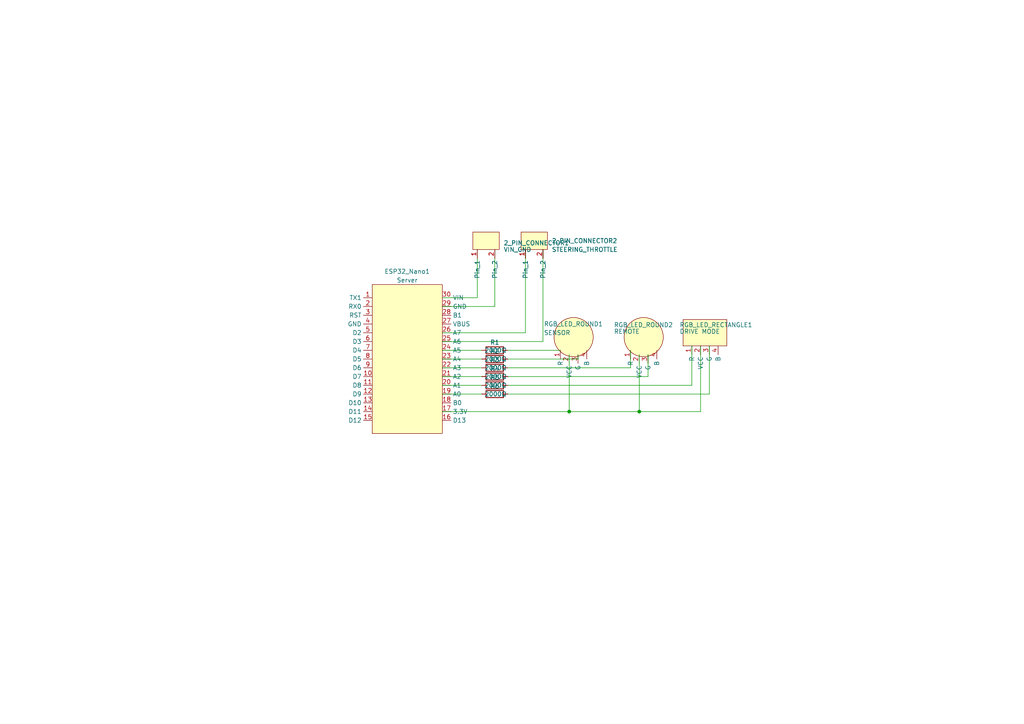
<source format=kicad_sch>
(kicad_sch (version 20250114) (generator "eeschema") (generator_version "9.0")
  (paper "A4")
  (title_block (title "Autocam Server") (date "2025-03-02") (rev "v0.1"))
  (lib_symbols
    (symbol "Autocam:2_PIN_Connector"
      (property "Reference" "U?" (at 0 0 0))
      (symbol "2_PIN_Connector_1_1"
        (rectangle (start -3.81 2.54) (end 3.81 -2.54) (fill (type color) (color 255 255 194 1)))
        (pin bidirectional line (at -2.54 -2.54 270) (length 2.54) (name "Pin_1") (number "1"))
        (pin bidirectional line (at 2.54 -2.54 270) (length 2.54) (name "Pin_2") (number "2"))
      )
    )
    (symbol "Autocam:ANODE_RGB_LED_Rectangle"
      (property "Reference" "U?" (at 0 1.27 0))
      (symbol "ANODE_RGB_LED_Rectangle_1_1"
        (rectangle (start -6.35 5.08) (end 6.35 -2.54) (fill (type color) (color 255 255 194 1)))
        (pin passive line (at -3.81 -2.54 270) (length 2.54) (name "R") (number "1"))
        (pin power_in line (at -1.27 -2.54 270) (length 2.54) (name "VCC") (number "2"))
        (pin passive line (at 1.27 -2.54 270) (length 2.54) (name "G") (number "3"))
        (pin passive line (at 3.81 -2.54 270) (length 2.54) (name "B") (number "4"))
      )
    )
    (symbol "Autocam:ANODE_RGB_LED_Round"
      (property "Reference" "U?" (at 0 0 0))
      (symbol "ANODE_RGB_LED_Round_1_1"
        (circle (center 0 0) (radius 5.6796) (fill (type color) (color 255 255 194 1)))
        (pin passive line (at -3.81 -3.81 270) (length 2.54) (name "R") (number "1"))
        (pin power_in line (at -1.27 -5.08 270) (length 2.54) (name "VCC") (number "2"))
        (pin passive line (at 1.27 -5.08 270) (length 2.54) (name "G") (number "3"))
        (pin passive line (at 3.81 -3.81 270) (length 2.54) (name "B") (number "4"))
      )
    )
    (symbol "Autocam:Arduino_ESP32_Nano"
      (property "Reference" "U?" (at 0 10.16 0))
      (symbol "Arduino_ESP32_Nano_1_1"
        (rectangle (start -10.16 20.32) (end 10.16 -22.86) (fill (type color) (color 255 255 194 1)))
        (pin bidirectional line (at -10.16 16.51 180) (length 2.54) (name "TX1") (number "1"))
        (pin bidirectional line (at -10.16 13.97 180) (length 2.54) (name "RX0") (number "2"))
        (pin input line (at -10.16 11.43 180) (length 2.54) (name "RST") (number "3"))
        (pin power_in line (at -10.16 8.89 180) (length 2.54) (name "GND") (number "4"))
        (pin bidirectional line (at -10.16 6.35 180) (length 2.54) (name "D2") (number "5"))
        (pin bidirectional line (at -10.16 3.81 180) (length 2.54) (name "D3") (number "6"))
        (pin bidirectional line (at -10.16 1.27 180) (length 2.54) (name "D4") (number "7"))
        (pin bidirectional line (at -10.16 -1.27 180) (length 2.54) (name "D5") (number "8"))
        (pin bidirectional line (at -10.16 -3.81 180) (length 2.54) (name "D6") (number "9"))
        (pin bidirectional line (at -10.16 -6.35 180) (length 2.54) (name "D7") (number "10"))
        (pin bidirectional line (at -10.16 -8.89 180) (length 2.54) (name "D8") (number "11"))
        (pin bidirectional line (at -10.16 -11.43 180) (length 2.54) (name "D9") (number "12"))
        (pin bidirectional line (at -10.16 -13.97 180) (length 2.54) (name "D10") (number "13"))
        (pin bidirectional line (at -10.16 -16.51 180) (length 2.54) (name "D11") (number "14"))
        (pin bidirectional line (at -10.16 -19.05 180) (length 2.54) (name "D12") (number "15"))
        (pin power_in line (at 10.16 16.51 0) (length 2.54) (name "VIN") (number "30"))
        (pin power_in line (at 10.16 13.97 0) (length 2.54) (name "GND") (number "29"))
        (pin input line (at 10.16 11.43 0) (length 2.54) (name "B1") (number "28"))
        (pin power_out line (at 10.16 8.89 0) (length 2.54) (name "VBUS") (number "27"))
        (pin bidirectional line (at 10.16 6.35 0) (length 2.54) (name "A7") (number "26"))
        (pin bidirectional line (at 10.16 3.81 0) (length 2.54) (name "A6") (number "25"))
        (pin bidirectional line (at 10.16 1.27 0) (length 2.54) (name "A5") (number "24"))
        (pin bidirectional line (at 10.16 -1.27 0) (length 2.54) (name "A4") (number "23"))
        (pin bidirectional line (at 10.16 -3.81 0) (length 2.54) (name "A3") (number "22"))
        (pin bidirectional line (at 10.16 -6.35 0) (length 2.54) (name "A2") (number "21"))
        (pin bidirectional line (at 10.16 -8.89 0) (length 2.54) (name "A1") (number "20"))
        (pin bidirectional line (at 10.16 -11.43 0) (length 2.54) (name "A0") (number "19"))
        (pin input line (at 10.16 -13.97 0) (length 2.54) (name "B0") (number "18"))
        (pin power_in line (at 10.16 -16.51 0) (length 2.54) (name "3.3V") (number "17"))
        (pin bidirectional line (at 10.16 -19.05 0) (length 2.54) (name "D13") (number "16"))
      )
    )
    (symbol "Autocam:Simple Resistor" (pin_numbers (hide yes)) (pin_names (offset 0))
      (property "Reference" "R" (at 2.032 0 90))
      (property "Value" "Simple Resistor" (at 0 0 90))
      (symbol "Simple Resistor_0_1"
        (rectangle (start -1.016 -2.54) (end 1.016 2.54) (stroke (width 0.254)))
      )
      (symbol "Simple Resistor_1_1"
        (pin passive line (at 0 3.81 270) (length 1.27) (name "~") (number "1"))
        (pin passive line (at 0 -3.81 90) (length 1.27) (name "~") (number "2"))
      )
    )
  )
  (junction (at 185.42 119.38))
  (junction (at 165.1 119.38))
  (wire (pts (xy 147.32 106.68) (xy 182.88 106.68)))
  (wire (pts (xy 143.51 88.9) (xy 128.27 88.9)))
  (wire (pts (xy 185.42 119.38) (xy 203.2 119.38)))
  (wire (pts (xy 185.42 102.87) (xy 185.42 119.38)))
  (wire (pts (xy 165.1 119.38) (xy 185.42 119.38)))
  (wire (pts (xy 143.51 72.39) (xy 143.51 88.9)))
  (wire (pts (xy 128.27 104.14) (xy 139.7 104.14)))
  (wire (pts (xy 147.32 104.14) (xy 167.64 104.14)))
  (wire (pts (xy 157.48 72.39) (xy 157.48 99.06)))
  (wire (pts (xy 147.32 111.76) (xy 200.66 111.76)))
  (wire (pts (xy 138.43 72.39) (xy 138.43 86.36)))
  (wire (pts (xy 128.27 111.76) (xy 139.7 111.76)))
  (wire (pts (xy 157.48 99.06) (xy 128.27 99.06)))
  (wire (pts (xy 187.96 109.22) (xy 147.32 109.22)))
  (wire (pts (xy 128.27 106.68) (xy 139.7 106.68)))
  (wire (pts (xy 128.27 119.38) (xy 165.1 119.38)))
  (wire (pts (xy 205.74 100.33) (xy 205.74 114.3)))
  (wire (pts (xy 152.4 72.39) (xy 152.4 96.52)))
  (wire (pts (xy 138.43 86.36) (xy 128.27 86.36)))
  (wire (pts (xy 182.88 106.68) (xy 182.88 101.6)))
  (wire (pts (xy 167.64 104.14) (xy 167.64 102.87)))
  (wire (pts (xy 128.27 101.6) (xy 139.7 101.6)))
  (wire (pts (xy 205.74 114.3) (xy 147.32 114.3)))
  (wire (pts (xy 128.27 114.3) (xy 139.7 114.3)))
  (wire (pts (xy 203.2 100.33) (xy 203.2 119.38)))
  (wire (pts (xy 147.32 101.6) (xy 162.56 101.6)))
  (wire (pts (xy 165.1 102.87) (xy 165.1 119.38)))
  (wire (pts (xy 152.4 96.52) (xy 128.27 96.52)))
  (wire (pts (xy 187.96 102.87) (xy 187.96 109.22)))
  (wire (pts (xy 200.66 111.76) (xy 200.66 100.33)))
  (wire (pts (xy 128.27 109.22) (xy 139.7 109.22)))
  (symbol (lib_id "Autocam:ANODE_RGB_LED_Round") (at 166.37 97.79 0) (unit 1)
    (property "Reference" "RGB_LED_ROUND1" (at 157.734 93.98 0) (effects (justify left)))
    (property "Value" "SENSOR" (at 157.734 96.52 0) (effects (justify left)))
    (property "Footprint" "Autocam:Anode RGB LED (Round)" (effects (hide yes)))
  )
  (symbol (lib_id "Autocam:2_PIN_Connector") (at 140.97 69.85 0) (unit 1)
    (property "Reference" "2_PIN_CONNECTOR1" (at 146.05 70.4849 0) (effects (justify left)))
    (property "Value" "VIN_GND" (at 146.05 72.39 0) (effects (justify left)))
    (property "Footprint" "Autocam:2-PIN Connector" (effects (hide yes)))
  )
  (symbol (lib_id "Autocam:Arduino_ESP32_Nano") (at 118.11 102.87 0) (unit 1)
    (property "Reference" "ESP32_Nano1" (at 118.11 78.74 0))
    (property "Value" "Server" (at 118.11 81.28 0))
    (property "Footprint" "Autocam:Arduino ESP32 Nano" (effects (hide yes)))
  )
  (symbol (lib_id "Autocam:Simple Resistor") (at 143.51 101.6 90) (unit 1)
    (property "Reference" "R1" (at 143.51 99.314 90))
    (property "Value" "2000Ω" (at 143.764 101.6 90))
    (property "Footprint" "Autocam:Simple Resistor" (effects (hide yes)))
    (property "Description" "Resistor" (effects (hide yes)))
  )
  (symbol (lib_id "Autocam:Simple Resistor") (at 143.51 114.3 90) (unit 1)
    (property "Reference" "R6" (at 143.51 112.014 90))
    (property "Value" "2000Ω" (at 143.764 114.3 90))
    (property "Footprint" "Autocam:Simple Resistor" (effects (hide yes)))
    (property "Description" "Resistor" (effects (hide yes)))
  )
  (symbol (lib_id "Autocam:ANODE_RGB_LED_Round") (at 186.69 97.79 0) (unit 1)
    (property "Reference" "RGB_LED_ROUND2" (at 178.054 94.234 0) (effects (justify left)))
    (property "Value" "REMOTE" (at 178.054 96.1391 0) (effects (justify left)))
    (property "Footprint" "Autocam:Anode RGB LED (Round)" (effects (hide yes)))
  )
  (symbol (lib_id "Autocam:Simple Resistor") (at 143.51 104.14 90) (unit 1)
    (property "Reference" "R2" (at 143.51 101.854 90))
    (property "Value" "2000Ω" (at 143.764 104.14 90))
    (property "Footprint" "Autocam:Simple Resistor" (effects (hide yes)))
    (property "Description" "Resistor" (effects (hide yes)))
  )
  (symbol (lib_id "Autocam:Simple Resistor") (at 143.51 109.22 90) (unit 1)
    (property "Reference" "R4" (at 143.51 106.934 90))
    (property "Value" "2000Ω" (at 143.764 109.22 90))
    (property "Footprint" "Autocam:Simple Resistor" (effects (hide yes)))
    (property "Description" "Resistor" (effects (hide yes)))
  )
  (symbol (lib_id "Autocam:ANODE_RGB_LED_Rectangle") (at 204.47 97.79 0) (unit 1)
    (property "Reference" "RGB_LED_RECTANGLE1" (at 197.104 94.234 0) (effects (justify left)))
    (property "Value" "DRIVE MODE" (at 197.104 96.1391 0) (effects (justify left)))
    (property "Footprint" "Autocam:Anode RGB LED (Rectangle)" (effects (hide yes)))
  )
  (symbol (lib_id "Autocam:Simple Resistor") (at 143.51 106.68 90) (unit 1)
    (property "Reference" "R3" (at 143.51 104.394 90))
    (property "Value" "2000Ω" (at 143.764 106.68 90))
    (property "Footprint" "Autocam:Simple Resistor" (effects (hide yes)))
    (property "Description" "Resistor" (effects (hide yes)))
  )
  (symbol (lib_id "Autocam:2_PIN_Connector") (at 154.94 69.85 0) (unit 1)
    (property "Reference" "2_PIN_CONNECTOR2" (at 160.02 69.8499 0) (effects (justify left)))
    (property "Value" "STEERING_THROTTLE" (at 160.02 72.3899 0) (effects (justify left)))
    (property "Footprint" "Autocam:2-PIN Connector" (effects (hide yes)))
  )
  (symbol (lib_id "Autocam:Simple Resistor") (at 143.51 111.76 90) (unit 1)
    (property "Reference" "R5" (at 143.51 109.474 90))
    (property "Value" "2000Ω" (at 143.764 111.76 90))
    (property "Footprint" "Autocam:Simple Resistor" (effects (hide yes)))
    (property "Description" "Resistor" (effects (hide yes)))
  )
)
</source>
